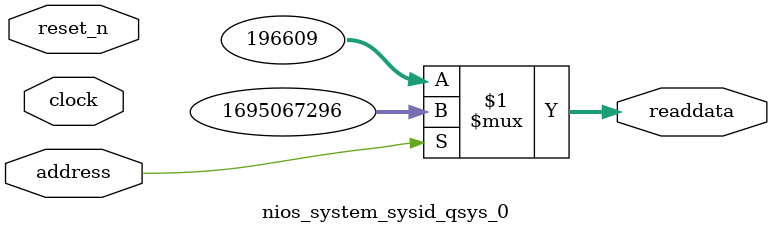
<source format=v>



// synthesis translate_off
`timescale 1ns / 1ps
// synthesis translate_on

// turn off superfluous verilog processor warnings 
// altera message_level Level1 
// altera message_off 10034 10035 10036 10037 10230 10240 10030 

module nios_system_sysid_qsys_0 (
               // inputs:
                address,
                clock,
                reset_n,

               // outputs:
                readdata
             )
;

  output  [ 31: 0] readdata;
  input            address;
  input            clock;
  input            reset_n;

  wire    [ 31: 0] readdata;
  //control_slave, which is an e_avalon_slave
  assign readdata = address ? 1695067296 : 196609;

endmodule



</source>
